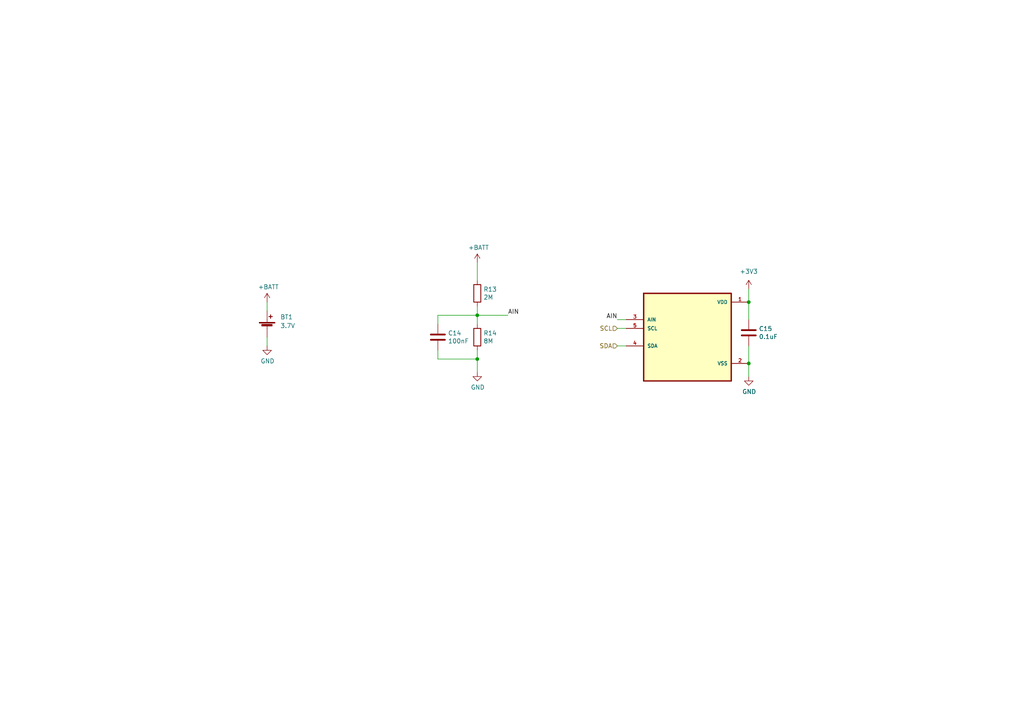
<source format=kicad_sch>
(kicad_sch (version 20211123) (generator eeschema)
  (paper "A4")
  (lib_symbols
    (symbol "Device:Battery_Cell" (pin_numbers hide) (pin_names (offset 0) hide)
      (property "Reference" "BT1" (at 3.81 3.3021 0))
      (property "Value" "3.7V" (at 3.81 0.7621 0))
      (symbol "Battery_Cell_0_1"
        (rectangle (start -2.286 1.778) (end 2.286 1.524) (fill (type outline)))
        (rectangle (start -1.5748 1.1938) (end 1.4732 0.6858) (fill (type outline)))
        (polyline (pts (xy 0 0.762) (xy 0 0)))
        (polyline (pts (xy 0 1.778) (xy 0 2.54)))
        (polyline (pts (xy 0.508 3.429) (xy 1.524 3.429)) (stroke (width 0.254)))
        (polyline (pts (xy 1.016 3.937) (xy 1.016 2.921)) (stroke (width 0.254)))
      )
      (symbol "Battery_Cell_1_1"
        (pin power_out line (at 0 5.08 270) (length 2.54) (name "+") (number "1"))
        (pin passive line (at 0 -2.54 90) (length 2.54) (name "-") (number "2"))
      )
    )
    (symbol "Device:C" (pin_numbers hide) (pin_names (offset 0.254))
      (property "Reference" "C" (at 0.635 2.54 0))
      (property "Value" "C" (at 0.635 -2.54 0))
      (symbol "C_0_1"
        (polyline (pts (xy -2.032 -0.762) (xy 2.032 -0.762)) (stroke (width 0.508)))
        (polyline (pts (xy -2.032 0.762) (xy 2.032 0.762)) (stroke (width 0.508)))
      )
      (symbol "C_1_1"
        (pin passive line (at 0 3.81 270) (length 2.794) (name "~") (number "1"))
        (pin passive line (at 0 -3.81 90) (length 2.794) (name "~") (number "2"))
      )
    )
    (symbol "Device:R" (pin_numbers hide) (pin_names (offset 0))
      (property "Reference" "R" (at 2.032 0 90))
      (property "Value" "R" (at 0 0 90))
      (symbol "R_0_1"
        (rectangle (start -1.016 -2.54) (end 1.016 2.54) (stroke (width 0.254)))
      )
      (symbol "R_1_1"
        (pin passive line (at 0 3.81 270) (length 1.27) (name "~") (number "1"))
        (pin passive line (at 0 -3.81 90) (length 1.27) (name "~") (number "2"))
      )
    )
    (symbol "MCP3021A5T-E_OT:MCP3021A5T-E{slash}OT" (pin_names (offset 1.016))
      (property "Reference" "U" (at -12.7 13.6906 0))
      (property "Value" "MCP3021A5T-E{slash}OT" (at -12.7 -16.6878 0))
      (symbol "MCP3021A5T-E{slash}OT_0_0"
        (rectangle (start -12.7 -12.7) (end 12.7 12.7) (stroke (width 0.4064)) (fill (type background)))
        (pin power_in line (at 17.78 10.16 180) (length 5.08) (name "VDD") (number "1"))
        (pin power_in line (at 17.78 -7.62 180) (length 5.08) (name "VSS") (number "2"))
        (pin input line (at -17.78 5.08 0) (length 5.08) (name "AIN") (number "3"))
        (pin bidirectional line (at -17.78 -2.54 0) (length 5.08) (name "SDA") (number "4"))
        (pin input line (at -17.78 2.54 0) (length 5.08) (name "SCL") (number "5"))
      )
    )
    (symbol "power:+3.3V" (power) (pin_names (offset 0))
      (property "Value" "+3.3V" (at 0 3.556 0))
      (symbol "+3.3V_0_1"
        (polyline (pts (xy -0.762 1.27) (xy 0 2.54)))
        (polyline (pts (xy 0 0) (xy 0 2.54)))
        (polyline (pts (xy 0 2.54) (xy 0.762 1.27)))
      )
      (symbol "+3.3V_1_1"
        (pin power_in line (at 0 0 90) (length 0) hide (name "+3V3") (number "1"))
      )
    )
    (symbol "power:+BATT" (power) (pin_names (offset 0))
      (property "Value" "+BATT" (at 0 3.556 0))
      (symbol "+BATT_0_1"
        (polyline (pts (xy -0.762 1.27) (xy 0 2.54)))
        (polyline (pts (xy 0 0) (xy 0 2.54)))
        (polyline (pts (xy 0 2.54) (xy 0.762 1.27)))
      )
      (symbol "+BATT_1_1"
        (pin power_in line (at 0 0 90) (length 0) hide (name "+BATT") (number "1"))
      )
    )
    (symbol "power:GND" (power) (pin_names (offset 0))
      (property "Value" "GND" (at 0 -3.81 0))
      (symbol "GND_0_1"
        (polyline (pts (xy 0 0) (xy 0 -1.27) (xy 1.27 -1.27) (xy 0 -2.54) (xy -1.27 -1.27) (xy 0 -1.27)))
      )
      (symbol "GND_1_1"
        (pin power_in line (at 0 0 270) (length 0) hide (name "GND") (number "1"))
      )
    )
  )
  (junction (at 138.43 104.14))
  (junction (at 217.17 87.63))
  (junction (at 217.17 105.41))
  (junction (at 138.43 91.44))
  (wire (pts (xy 127 104.14) (xy 127 101.6)))
  (wire (pts (xy 77.47 87.63) (xy 77.47 90.17)))
  (wire (pts (xy 127 93.98) (xy 127 91.44)))
  (wire (pts (xy 77.47 97.79) (xy 77.47 100.33)))
  (wire (pts (xy 217.17 87.63) (xy 217.17 92.71)))
  (wire (pts (xy 217.17 83.82) (xy 217.17 87.63)))
  (wire (pts (xy 179.07 92.71) (xy 181.61 92.71)))
  (wire (pts (xy 138.43 88.9) (xy 138.43 91.44)))
  (wire (pts (xy 138.43 91.44) (xy 138.43 93.98)))
  (wire (pts (xy 138.43 76.2) (xy 138.43 81.28)))
  (wire (pts (xy 138.43 91.44) (xy 147.32 91.44)))
  (wire (pts (xy 217.17 100.33) (xy 217.17 105.41)))
  (wire (pts (xy 127 104.14) (xy 138.43 104.14)))
  (wire (pts (xy 179.07 95.25) (xy 181.61 95.25)))
  (wire (pts (xy 138.43 104.14) (xy 138.43 107.95)))
  (wire (pts (xy 179.07 100.33) (xy 181.61 100.33)))
  (wire (pts (xy 217.17 105.41) (xy 217.17 109.22)))
  (wire (pts (xy 127 91.44) (xy 138.43 91.44)))
  (wire (pts (xy 138.43 101.6) (xy 138.43 104.14)))
  (label "AIN" (at 147.32 91.44 0))
  (label "AIN" (at 179.07 92.71 180))
  (hierarchical_label "SCL" (shape input) (at 179.07 95.25 180))
  (hierarchical_label "SDA" (shape input) (at 179.07 100.33 180))
  (symbol (lib_id "power:GND") (at 138.43 107.95 0) (unit 1)
    (property "Reference" "#PWR038" (effects hide))
    (property "Value" "GND" (at 138.557 112.3442 0))
  )
  (symbol (lib_id "Device:Battery_Cell") (at 77.47 95.25 0) (unit 1)
    (property "Reference" "BT1" (at 81.28 91.9479 0) (effects (justify left)))
    (property "Value" "3.7V" (at 81.28 94.4879 0) (effects (justify left)))
    (property "Footprint" "Battery:BatteryHolder_MPD_BH-18650-PC2" (effects hide))
  )
  (symbol (lib_id "power:GND") (at 77.47 100.33 0) (unit 1)
    (property "Reference" "#PWR036" (effects hide))
    (property "Value" "GND" (at 77.597 104.7242 0))
  )
  (symbol (lib_id "power:GND") (at 217.17 109.22 0) (unit 1)
    (property "Reference" "#PWR040" (effects hide))
    (property "Value" "GND" (at 217.297 113.6142 0))
  )
  (symbol (lib_id "power:+BATT") (at 77.47 87.63 0) (unit 1)
    (property "Reference" "#PWR035" (effects hide))
    (property "Value" "+BATT" (at 77.851 83.2358 0))
  )
  (symbol (lib_id "Device:R") (at 138.43 85.09 0) (unit 1)
    (property "Reference" "R13" (at 140.208 83.9216 0) (effects (justify left)))
    (property "Value" "2M" (at 140.208 86.233 0) (effects (justify left)))
    (property "Footprint" "Resistor_SMD:R_0805_2012Metric_Pad1.20x1.40mm_HandSolder" (effects hide))
  )
  (symbol (lib_id "power:+3.3V") (at 217.17 83.82 0) (unit 1)
    (property "Reference" "#PWR039" (effects hide))
    (property "Value" "+3.3V" (at 217.17 78.74 0))
  )
  (symbol (lib_id "power:+BATT") (at 138.43 76.2 0) (unit 1)
    (property "Reference" "#PWR037" (effects hide))
    (property "Value" "+BATT" (at 138.811 71.8058 0))
  )
  (symbol (lib_id "Device:C") (at 217.17 96.52 0) (unit 1)
    (property "Reference" "C15" (at 220.091 95.3516 0) (effects (justify left)))
    (property "Value" "0.1uF" (at 220.091 97.663 0) (effects (justify left)))
    (property "Footprint" "Capacitor_SMD:C_0805_2012Metric_Pad1.18x1.45mm_HandSolder" (effects hide))
  )
  (symbol (lib_id "Device:R") (at 138.43 97.79 0) (unit 1)
    (property "Reference" "R14" (at 140.208 96.6216 0) (effects (justify left)))
    (property "Value" "8M" (at 140.208 98.933 0) (effects (justify left)))
    (property "Footprint" "Resistor_SMD:R_0805_2012Metric_Pad1.20x1.40mm_HandSolder" (effects hide))
  )
  (symbol (lib_id "Device:C") (at 127 97.79 0) (unit 1)
    (property "Reference" "C14" (at 129.921 96.6216 0) (effects (justify left)))
    (property "Value" "100nF" (at 129.921 98.933 0) (effects (justify left)))
    (property "Footprint" "Capacitor_SMD:C_0805_2012Metric_Pad1.18x1.45mm_HandSolder" (effects hide))
  )
  (symbol (lib_id "MCP3021A5T-E_OT:MCP3021A5T-E{slash}OT") (at 199.39 97.79 0) (unit 1)
    (property "Reference" "U6" (effects hide))
    (property "Value" "MCP3021" (effects hide))
    (property "Footprint" "MCP3021A5T-E_OT:SOT95P270X145-5N" (effects hide))
  )
)
</source>
